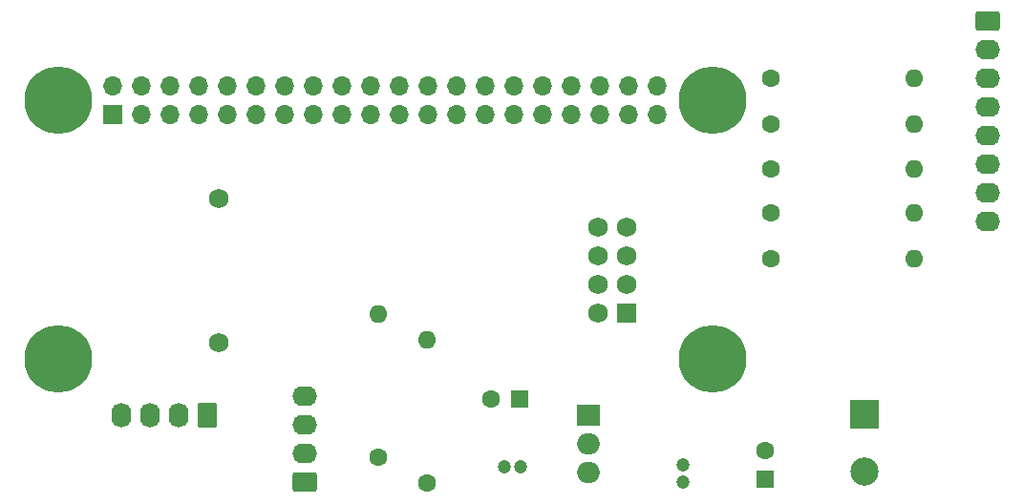
<source format=gbs>
G04 #@! TF.GenerationSoftware,KiCad,Pcbnew,8.0.5*
G04 #@! TF.CreationDate,2024-11-04T11:20:59+01:00*
G04 #@! TF.ProjectId,raspberry_pi_hat,72617370-6265-4727-9279-5f70695f6861,rev?*
G04 #@! TF.SameCoordinates,Original*
G04 #@! TF.FileFunction,Soldermask,Bot*
G04 #@! TF.FilePolarity,Negative*
%FSLAX46Y46*%
G04 Gerber Fmt 4.6, Leading zero omitted, Abs format (unit mm)*
G04 Created by KiCad (PCBNEW 8.0.5) date 2024-11-04 11:20:59*
%MOMM*%
%LPD*%
G01*
G04 APERTURE LIST*
G04 Aperture macros list*
%AMRoundRect*
0 Rectangle with rounded corners*
0 $1 Rounding radius*
0 $2 $3 $4 $5 $6 $7 $8 $9 X,Y pos of 4 corners*
0 Add a 4 corners polygon primitive as box body*
4,1,4,$2,$3,$4,$5,$6,$7,$8,$9,$2,$3,0*
0 Add four circle primitives for the rounded corners*
1,1,$1+$1,$2,$3*
1,1,$1+$1,$4,$5*
1,1,$1+$1,$6,$7*
1,1,$1+$1,$8,$9*
0 Add four rect primitives between the rounded corners*
20,1,$1+$1,$2,$3,$4,$5,0*
20,1,$1+$1,$4,$5,$6,$7,0*
20,1,$1+$1,$6,$7,$8,$9,0*
20,1,$1+$1,$8,$9,$2,$3,0*%
G04 Aperture macros list end*
%ADD10C,1.200000*%
%ADD11C,6.000000*%
%ADD12R,1.700000X1.700000*%
%ADD13O,1.700000X1.700000*%
%ADD14R,1.600000X1.600000*%
%ADD15C,1.600000*%
%ADD16R,2.000000X1.905000*%
%ADD17O,2.000000X1.905000*%
%ADD18O,1.600000X1.600000*%
%ADD19RoundRect,0.102000X0.762000X0.762000X-0.762000X0.762000X-0.762000X-0.762000X0.762000X-0.762000X0*%
%ADD20C,1.728000*%
%ADD21O,2.190000X1.740000*%
%ADD22RoundRect,0.250000X-0.845000X0.620000X-0.845000X-0.620000X0.845000X-0.620000X0.845000X0.620000X0*%
%ADD23R,2.500000X2.500000*%
%ADD24C,2.500000*%
%ADD25RoundRect,0.250000X0.845000X-0.620000X0.845000X0.620000X-0.845000X0.620000X-0.845000X-0.620000X0*%
%ADD26RoundRect,0.250000X0.620000X0.845000X-0.620000X0.845000X-0.620000X-0.845000X0.620000X-0.845000X0*%
%ADD27O,1.740000X2.190000*%
G04 APERTURE END LIST*
D10*
X178500000Y-151300000D03*
X178500000Y-149800000D03*
D11*
X181144999Y-117394999D03*
X123144999Y-117394999D03*
X181144999Y-140394999D03*
X123144999Y-140394999D03*
D12*
X128014999Y-118664999D03*
D13*
X128014999Y-116124999D03*
X130554999Y-118664999D03*
X130554999Y-116124999D03*
X133094999Y-118664999D03*
X133094999Y-116124999D03*
X135634999Y-118664999D03*
X135634999Y-116124999D03*
X138174999Y-118664999D03*
X138174999Y-116124999D03*
X140714999Y-118664999D03*
X140714999Y-116124999D03*
X143254999Y-118664999D03*
X143254999Y-116124999D03*
X145794999Y-118664999D03*
X145794999Y-116124999D03*
X148334999Y-118664999D03*
X148334999Y-116124999D03*
X150874999Y-118664999D03*
X150874999Y-116124999D03*
X153414999Y-118664999D03*
X153414999Y-116124999D03*
X155954999Y-118664999D03*
X155954999Y-116124999D03*
X158494999Y-118664999D03*
X158494999Y-116124999D03*
X161034999Y-118664999D03*
X161034999Y-116124999D03*
X163574999Y-118664999D03*
X163574999Y-116124999D03*
X166114999Y-118664999D03*
X166114999Y-116124999D03*
X168654999Y-118664999D03*
X168654999Y-116124999D03*
X171194999Y-118664999D03*
X171194999Y-116124999D03*
X173734999Y-118664999D03*
X173734999Y-116124999D03*
X176274999Y-118664999D03*
X176274999Y-116124999D03*
D14*
X164005113Y-143900000D03*
D15*
X161505113Y-143900000D03*
D16*
X170155000Y-145360000D03*
D17*
X170155000Y-147900000D03*
X170155000Y-150439999D03*
D18*
X199050001Y-119500000D03*
D15*
X186350001Y-119500000D03*
D14*
X185800000Y-151005113D03*
D15*
X185800000Y-148505113D03*
D18*
X199050001Y-115509872D03*
D15*
X186350001Y-115509872D03*
D18*
X199050001Y-127400000D03*
D15*
X186350001Y-127400000D03*
D19*
X173487500Y-136312500D03*
D20*
X170947600Y-136312500D03*
X173487500Y-133772500D03*
X170947600Y-133772500D03*
X173487500Y-131232500D03*
X170947600Y-131232500D03*
X173487500Y-128692500D03*
X170947600Y-128692500D03*
X137387500Y-138912500D03*
X137387500Y-126112500D03*
D21*
X205500000Y-128200000D03*
X205500000Y-125660000D03*
X205500000Y-123120000D03*
X205500000Y-120580000D03*
X205500000Y-118040000D03*
X205500000Y-115500000D03*
X205500000Y-112960000D03*
D22*
X205500000Y-110420000D03*
D10*
X164150000Y-149900000D03*
X162650000Y-149900000D03*
D18*
X199050001Y-123500000D03*
D15*
X186350001Y-123500000D03*
D18*
X199050001Y-131500000D03*
D15*
X186350001Y-131500000D03*
D23*
X194600000Y-145255000D03*
D24*
X194600000Y-150335000D03*
D25*
X145020000Y-151300000D03*
D21*
X145020000Y-148760000D03*
X145020000Y-146220000D03*
X145020000Y-143680000D03*
D26*
X136320000Y-145400000D03*
D27*
X133780000Y-145400000D03*
X131240000Y-145400000D03*
X128700000Y-145400000D03*
D15*
X155800000Y-151350000D03*
D18*
X155800000Y-138650000D03*
D15*
X151500000Y-149050000D03*
D18*
X151500000Y-136350000D03*
M02*

</source>
